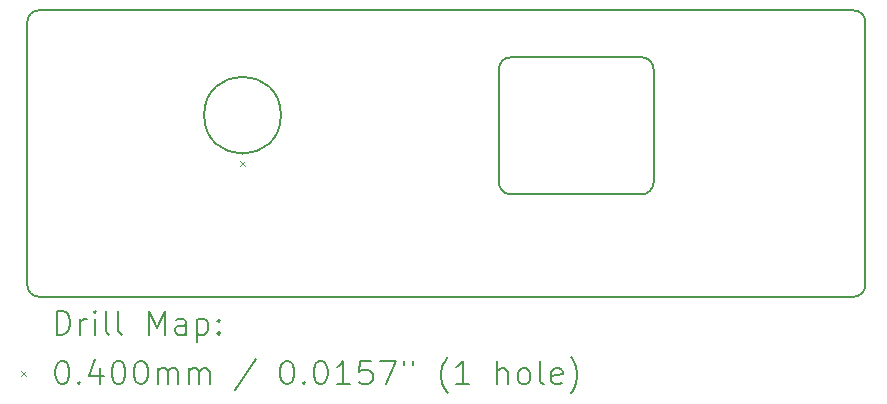
<source format=gbr>
%TF.GenerationSoftware,KiCad,Pcbnew,6.0.7-f9a2dced07~116~ubuntu20.04.1*%
%TF.CreationDate,2022-10-10T13:49:06-07:00*%
%TF.ProjectId,packaged-amp-panel-b,7061636b-6167-4656-942d-616d702d7061,rev?*%
%TF.SameCoordinates,Original*%
%TF.FileFunction,Drillmap*%
%TF.FilePolarity,Positive*%
%FSLAX45Y45*%
G04 Gerber Fmt 4.5, Leading zero omitted, Abs format (unit mm)*
G04 Created by KiCad (PCBNEW 6.0.7-f9a2dced07~116~ubuntu20.04.1) date 2022-10-10 13:49:06*
%MOMM*%
%LPD*%
G01*
G04 APERTURE LIST*
%ADD10C,0.200000*%
%ADD11C,0.040000*%
G04 APERTURE END LIST*
D10*
X9372340Y-11727340D02*
X16272340Y-11727340D01*
X13367340Y-9700000D02*
G75*
G03*
X13267340Y-9800000I0J-100000D01*
G01*
X13367340Y-9700000D02*
X14477340Y-9700000D01*
X16369680Y-9400000D02*
G75*
G03*
X16272340Y-9302660I-97340J0D01*
G01*
X14477340Y-10860000D02*
X13367340Y-10860000D01*
X13267340Y-10760000D02*
G75*
G03*
X13367340Y-10860000I100000J0D01*
G01*
X14577340Y-9800000D02*
X14577340Y-10760000D01*
X9275000Y-9400000D02*
X9275000Y-11630000D01*
X14577340Y-9800000D02*
G75*
G03*
X14477340Y-9700000I-100000J0D01*
G01*
X13267340Y-10760000D02*
X13267340Y-9800000D01*
X16272340Y-9302660D02*
X9372340Y-9302660D01*
X11422340Y-10190000D02*
G75*
G03*
X11422340Y-10190000I-325000J0D01*
G01*
X9372340Y-9302660D02*
G75*
G03*
X9275000Y-9400000I0J-97340D01*
G01*
X14477340Y-10860000D02*
G75*
G03*
X14577340Y-10760000I0J100000D01*
G01*
X16369680Y-11630000D02*
X16369680Y-9400000D01*
X9275000Y-11630000D02*
G75*
G03*
X9372340Y-11727340I97340J0D01*
G01*
X16272340Y-11727340D02*
G75*
G03*
X16369680Y-11630000I0J97340D01*
G01*
D11*
X11080000Y-10580000D02*
X11120000Y-10620000D01*
X11120000Y-10580000D02*
X11080000Y-10620000D01*
D10*
X9522619Y-12047816D02*
X9522619Y-11847816D01*
X9570238Y-11847816D01*
X9598810Y-11857340D01*
X9617857Y-11876387D01*
X9627381Y-11895435D01*
X9636905Y-11933530D01*
X9636905Y-11962102D01*
X9627381Y-12000197D01*
X9617857Y-12019244D01*
X9598810Y-12038292D01*
X9570238Y-12047816D01*
X9522619Y-12047816D01*
X9722619Y-12047816D02*
X9722619Y-11914483D01*
X9722619Y-11952578D02*
X9732143Y-11933530D01*
X9741667Y-11924006D01*
X9760714Y-11914483D01*
X9779762Y-11914483D01*
X9846429Y-12047816D02*
X9846429Y-11914483D01*
X9846429Y-11847816D02*
X9836905Y-11857340D01*
X9846429Y-11866864D01*
X9855952Y-11857340D01*
X9846429Y-11847816D01*
X9846429Y-11866864D01*
X9970238Y-12047816D02*
X9951190Y-12038292D01*
X9941667Y-12019244D01*
X9941667Y-11847816D01*
X10075000Y-12047816D02*
X10055952Y-12038292D01*
X10046429Y-12019244D01*
X10046429Y-11847816D01*
X10303571Y-12047816D02*
X10303571Y-11847816D01*
X10370238Y-11990673D01*
X10436905Y-11847816D01*
X10436905Y-12047816D01*
X10617857Y-12047816D02*
X10617857Y-11943054D01*
X10608333Y-11924006D01*
X10589286Y-11914483D01*
X10551190Y-11914483D01*
X10532143Y-11924006D01*
X10617857Y-12038292D02*
X10598810Y-12047816D01*
X10551190Y-12047816D01*
X10532143Y-12038292D01*
X10522619Y-12019244D01*
X10522619Y-12000197D01*
X10532143Y-11981149D01*
X10551190Y-11971625D01*
X10598810Y-11971625D01*
X10617857Y-11962102D01*
X10713095Y-11914483D02*
X10713095Y-12114483D01*
X10713095Y-11924006D02*
X10732143Y-11914483D01*
X10770238Y-11914483D01*
X10789286Y-11924006D01*
X10798810Y-11933530D01*
X10808333Y-11952578D01*
X10808333Y-12009721D01*
X10798810Y-12028768D01*
X10789286Y-12038292D01*
X10770238Y-12047816D01*
X10732143Y-12047816D01*
X10713095Y-12038292D01*
X10894048Y-12028768D02*
X10903571Y-12038292D01*
X10894048Y-12047816D01*
X10884524Y-12038292D01*
X10894048Y-12028768D01*
X10894048Y-12047816D01*
X10894048Y-11924006D02*
X10903571Y-11933530D01*
X10894048Y-11943054D01*
X10884524Y-11933530D01*
X10894048Y-11924006D01*
X10894048Y-11943054D01*
D11*
X9225000Y-12357340D02*
X9265000Y-12397340D01*
X9265000Y-12357340D02*
X9225000Y-12397340D01*
D10*
X9560714Y-12267816D02*
X9579762Y-12267816D01*
X9598810Y-12277340D01*
X9608333Y-12286864D01*
X9617857Y-12305911D01*
X9627381Y-12344006D01*
X9627381Y-12391625D01*
X9617857Y-12429721D01*
X9608333Y-12448768D01*
X9598810Y-12458292D01*
X9579762Y-12467816D01*
X9560714Y-12467816D01*
X9541667Y-12458292D01*
X9532143Y-12448768D01*
X9522619Y-12429721D01*
X9513095Y-12391625D01*
X9513095Y-12344006D01*
X9522619Y-12305911D01*
X9532143Y-12286864D01*
X9541667Y-12277340D01*
X9560714Y-12267816D01*
X9713095Y-12448768D02*
X9722619Y-12458292D01*
X9713095Y-12467816D01*
X9703571Y-12458292D01*
X9713095Y-12448768D01*
X9713095Y-12467816D01*
X9894048Y-12334483D02*
X9894048Y-12467816D01*
X9846429Y-12258292D02*
X9798810Y-12401149D01*
X9922619Y-12401149D01*
X10036905Y-12267816D02*
X10055952Y-12267816D01*
X10075000Y-12277340D01*
X10084524Y-12286864D01*
X10094048Y-12305911D01*
X10103571Y-12344006D01*
X10103571Y-12391625D01*
X10094048Y-12429721D01*
X10084524Y-12448768D01*
X10075000Y-12458292D01*
X10055952Y-12467816D01*
X10036905Y-12467816D01*
X10017857Y-12458292D01*
X10008333Y-12448768D01*
X9998810Y-12429721D01*
X9989286Y-12391625D01*
X9989286Y-12344006D01*
X9998810Y-12305911D01*
X10008333Y-12286864D01*
X10017857Y-12277340D01*
X10036905Y-12267816D01*
X10227381Y-12267816D02*
X10246429Y-12267816D01*
X10265476Y-12277340D01*
X10275000Y-12286864D01*
X10284524Y-12305911D01*
X10294048Y-12344006D01*
X10294048Y-12391625D01*
X10284524Y-12429721D01*
X10275000Y-12448768D01*
X10265476Y-12458292D01*
X10246429Y-12467816D01*
X10227381Y-12467816D01*
X10208333Y-12458292D01*
X10198810Y-12448768D01*
X10189286Y-12429721D01*
X10179762Y-12391625D01*
X10179762Y-12344006D01*
X10189286Y-12305911D01*
X10198810Y-12286864D01*
X10208333Y-12277340D01*
X10227381Y-12267816D01*
X10379762Y-12467816D02*
X10379762Y-12334483D01*
X10379762Y-12353530D02*
X10389286Y-12344006D01*
X10408333Y-12334483D01*
X10436905Y-12334483D01*
X10455952Y-12344006D01*
X10465476Y-12363054D01*
X10465476Y-12467816D01*
X10465476Y-12363054D02*
X10475000Y-12344006D01*
X10494048Y-12334483D01*
X10522619Y-12334483D01*
X10541667Y-12344006D01*
X10551190Y-12363054D01*
X10551190Y-12467816D01*
X10646429Y-12467816D02*
X10646429Y-12334483D01*
X10646429Y-12353530D02*
X10655952Y-12344006D01*
X10675000Y-12334483D01*
X10703571Y-12334483D01*
X10722619Y-12344006D01*
X10732143Y-12363054D01*
X10732143Y-12467816D01*
X10732143Y-12363054D02*
X10741667Y-12344006D01*
X10760714Y-12334483D01*
X10789286Y-12334483D01*
X10808333Y-12344006D01*
X10817857Y-12363054D01*
X10817857Y-12467816D01*
X11208333Y-12258292D02*
X11036905Y-12515435D01*
X11465476Y-12267816D02*
X11484524Y-12267816D01*
X11503571Y-12277340D01*
X11513095Y-12286864D01*
X11522619Y-12305911D01*
X11532143Y-12344006D01*
X11532143Y-12391625D01*
X11522619Y-12429721D01*
X11513095Y-12448768D01*
X11503571Y-12458292D01*
X11484524Y-12467816D01*
X11465476Y-12467816D01*
X11446428Y-12458292D01*
X11436905Y-12448768D01*
X11427381Y-12429721D01*
X11417857Y-12391625D01*
X11417857Y-12344006D01*
X11427381Y-12305911D01*
X11436905Y-12286864D01*
X11446428Y-12277340D01*
X11465476Y-12267816D01*
X11617857Y-12448768D02*
X11627381Y-12458292D01*
X11617857Y-12467816D01*
X11608333Y-12458292D01*
X11617857Y-12448768D01*
X11617857Y-12467816D01*
X11751190Y-12267816D02*
X11770238Y-12267816D01*
X11789286Y-12277340D01*
X11798809Y-12286864D01*
X11808333Y-12305911D01*
X11817857Y-12344006D01*
X11817857Y-12391625D01*
X11808333Y-12429721D01*
X11798809Y-12448768D01*
X11789286Y-12458292D01*
X11770238Y-12467816D01*
X11751190Y-12467816D01*
X11732143Y-12458292D01*
X11722619Y-12448768D01*
X11713095Y-12429721D01*
X11703571Y-12391625D01*
X11703571Y-12344006D01*
X11713095Y-12305911D01*
X11722619Y-12286864D01*
X11732143Y-12277340D01*
X11751190Y-12267816D01*
X12008333Y-12467816D02*
X11894048Y-12467816D01*
X11951190Y-12467816D02*
X11951190Y-12267816D01*
X11932143Y-12296387D01*
X11913095Y-12315435D01*
X11894048Y-12324959D01*
X12189286Y-12267816D02*
X12094048Y-12267816D01*
X12084524Y-12363054D01*
X12094048Y-12353530D01*
X12113095Y-12344006D01*
X12160714Y-12344006D01*
X12179762Y-12353530D01*
X12189286Y-12363054D01*
X12198809Y-12382102D01*
X12198809Y-12429721D01*
X12189286Y-12448768D01*
X12179762Y-12458292D01*
X12160714Y-12467816D01*
X12113095Y-12467816D01*
X12094048Y-12458292D01*
X12084524Y-12448768D01*
X12265476Y-12267816D02*
X12398809Y-12267816D01*
X12313095Y-12467816D01*
X12465476Y-12267816D02*
X12465476Y-12305911D01*
X12541667Y-12267816D02*
X12541667Y-12305911D01*
X12836905Y-12544006D02*
X12827381Y-12534483D01*
X12808333Y-12505911D01*
X12798809Y-12486864D01*
X12789286Y-12458292D01*
X12779762Y-12410673D01*
X12779762Y-12372578D01*
X12789286Y-12324959D01*
X12798809Y-12296387D01*
X12808333Y-12277340D01*
X12827381Y-12248768D01*
X12836905Y-12239244D01*
X13017857Y-12467816D02*
X12903571Y-12467816D01*
X12960714Y-12467816D02*
X12960714Y-12267816D01*
X12941667Y-12296387D01*
X12922619Y-12315435D01*
X12903571Y-12324959D01*
X13255952Y-12467816D02*
X13255952Y-12267816D01*
X13341667Y-12467816D02*
X13341667Y-12363054D01*
X13332143Y-12344006D01*
X13313095Y-12334483D01*
X13284524Y-12334483D01*
X13265476Y-12344006D01*
X13255952Y-12353530D01*
X13465476Y-12467816D02*
X13446428Y-12458292D01*
X13436905Y-12448768D01*
X13427381Y-12429721D01*
X13427381Y-12372578D01*
X13436905Y-12353530D01*
X13446428Y-12344006D01*
X13465476Y-12334483D01*
X13494048Y-12334483D01*
X13513095Y-12344006D01*
X13522619Y-12353530D01*
X13532143Y-12372578D01*
X13532143Y-12429721D01*
X13522619Y-12448768D01*
X13513095Y-12458292D01*
X13494048Y-12467816D01*
X13465476Y-12467816D01*
X13646428Y-12467816D02*
X13627381Y-12458292D01*
X13617857Y-12439244D01*
X13617857Y-12267816D01*
X13798809Y-12458292D02*
X13779762Y-12467816D01*
X13741667Y-12467816D01*
X13722619Y-12458292D01*
X13713095Y-12439244D01*
X13713095Y-12363054D01*
X13722619Y-12344006D01*
X13741667Y-12334483D01*
X13779762Y-12334483D01*
X13798809Y-12344006D01*
X13808333Y-12363054D01*
X13808333Y-12382102D01*
X13713095Y-12401149D01*
X13875000Y-12544006D02*
X13884524Y-12534483D01*
X13903571Y-12505911D01*
X13913095Y-12486864D01*
X13922619Y-12458292D01*
X13932143Y-12410673D01*
X13932143Y-12372578D01*
X13922619Y-12324959D01*
X13913095Y-12296387D01*
X13903571Y-12277340D01*
X13884524Y-12248768D01*
X13875000Y-12239244D01*
M02*

</source>
